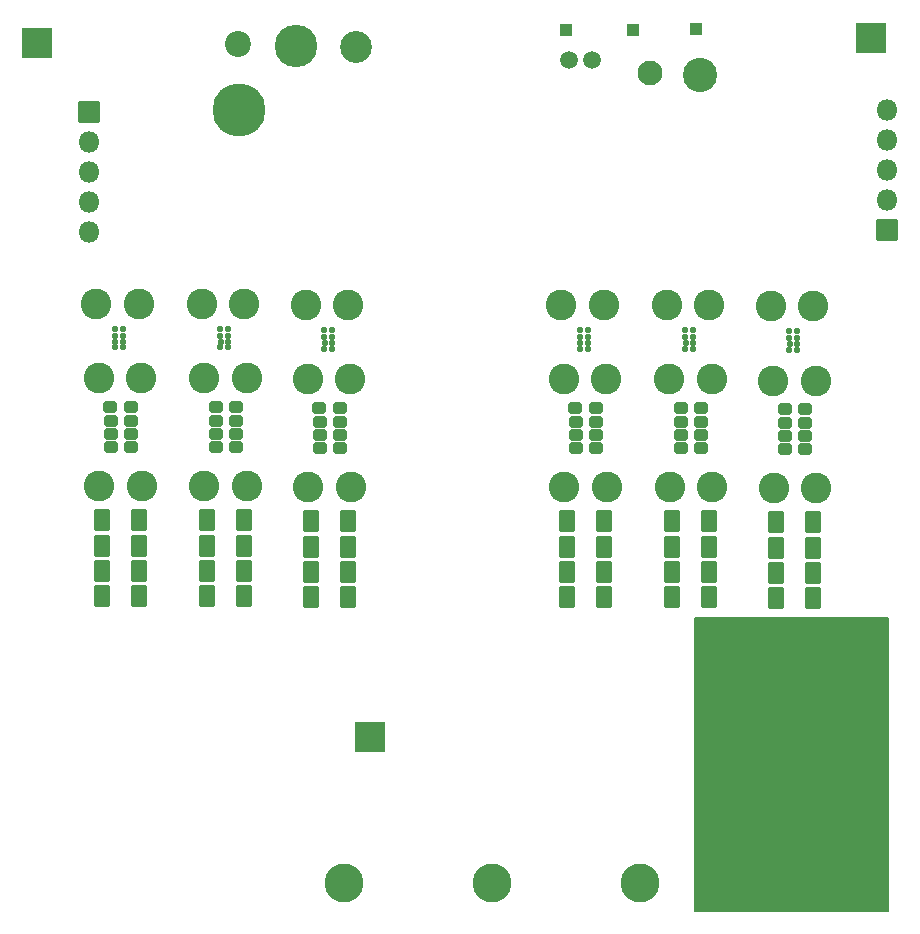
<source format=gbs>
G04 #@! TF.GenerationSoftware,KiCad,Pcbnew,(6.0.7)*
G04 #@! TF.CreationDate,2022-09-27T00:45:37+02:00*
G04 #@! TF.ProjectId,hamodule,68616d6f-6475-46c6-952e-6b696361645f,20220918.20*
G04 #@! TF.SameCoordinates,Original*
G04 #@! TF.FileFunction,Soldermask,Bot*
G04 #@! TF.FilePolarity,Negative*
%FSLAX46Y46*%
G04 Gerber Fmt 4.6, Leading zero omitted, Abs format (unit mm)*
G04 Created by KiCad (PCBNEW (6.0.7)) date 2022-09-27 00:45:37*
%MOMM*%
%LPD*%
G01*
G04 APERTURE LIST*
G04 Aperture macros list*
%AMRoundRect*
0 Rectangle with rounded corners*
0 $1 Rounding radius*
0 $2 $3 $4 $5 $6 $7 $8 $9 X,Y pos of 4 corners*
0 Add a 4 corners polygon primitive as box body*
4,1,4,$2,$3,$4,$5,$6,$7,$8,$9,$2,$3,0*
0 Add four circle primitives for the rounded corners*
1,1,$1+$1,$2,$3*
1,1,$1+$1,$4,$5*
1,1,$1+$1,$6,$7*
1,1,$1+$1,$8,$9*
0 Add four rect primitives between the rounded corners*
20,1,$1+$1,$2,$3,$4,$5,0*
20,1,$1+$1,$4,$5,$6,$7,0*
20,1,$1+$1,$6,$7,$8,$9,0*
20,1,$1+$1,$8,$9,$2,$3,0*%
G04 Aperture macros list end*
%ADD10C,0.150000*%
%ADD11RoundRect,0.050000X-1.250000X-1.250000X1.250000X-1.250000X1.250000X1.250000X-1.250000X1.250000X0*%
%ADD12RoundRect,0.050000X-0.500000X-0.500000X0.500000X-0.500000X0.500000X0.500000X-0.500000X0.500000X0*%
%ADD13C,3.600000*%
%ADD14C,2.700000*%
%ADD15RoundRect,0.050000X-0.850000X-0.850000X0.850000X-0.850000X0.850000X0.850000X-0.850000X0.850000X0*%
%ADD16O,1.800000X1.800000*%
%ADD17C,3.300000*%
%ADD18RoundRect,0.050000X0.850000X0.850000X-0.850000X0.850000X-0.850000X-0.850000X0.850000X-0.850000X0*%
%ADD19C,2.100000*%
%ADD20C,1.500000*%
%ADD21C,2.900000*%
%ADD22C,0.800000*%
%ADD23C,4.500000*%
%ADD24C,2.200000*%
%ADD25RoundRect,0.300000X0.412500X0.650000X-0.412500X0.650000X-0.412500X-0.650000X0.412500X-0.650000X0*%
%ADD26RoundRect,0.287500X0.300000X0.237500X-0.300000X0.237500X-0.300000X-0.237500X0.300000X-0.237500X0*%
%ADD27C,2.600000*%
%ADD28RoundRect,0.150000X0.130000X0.100000X-0.130000X0.100000X-0.130000X-0.100000X0.130000X-0.100000X0*%
G04 APERTURE END LIST*
D10*
X89400000Y-83000000D02*
X105700000Y-83000000D01*
X105700000Y-83000000D02*
X105700000Y-107800000D01*
X105700000Y-107800000D02*
X89400000Y-107800000D01*
X89400000Y-107800000D02*
X89400000Y-83000000D01*
G36*
X89400000Y-83000000D02*
G01*
X105700000Y-83000000D01*
X105700000Y-107800000D01*
X89400000Y-107800000D01*
X89400000Y-83000000D01*
G37*
D11*
X61900000Y-93100000D03*
X104300000Y-33900000D03*
X33700000Y-34300000D03*
D12*
X78500000Y-33200000D03*
D13*
X55600000Y-34600000D03*
D14*
X55600000Y-34600000D03*
D15*
X38076000Y-40175000D03*
D16*
X38076000Y-42715000D03*
X38076000Y-45255000D03*
X38076000Y-47795000D03*
X38076000Y-50335000D03*
D17*
X72200000Y-105400000D03*
X84700000Y-105400000D03*
X59700000Y-105400000D03*
D12*
X89500000Y-33100000D03*
D18*
X105664000Y-50146000D03*
D16*
X105664000Y-47606000D03*
X105664000Y-45066000D03*
X105664000Y-42526000D03*
X105664000Y-39986000D03*
D19*
X85600000Y-36900000D03*
D12*
X84100000Y-33200000D03*
D20*
X80700000Y-35800000D03*
X78700000Y-35800000D03*
D14*
X60700000Y-34700000D03*
D21*
X89800000Y-37000000D03*
D22*
X49633274Y-38833274D03*
X49633274Y-41166726D03*
X49150000Y-40000000D03*
D23*
X50800000Y-40000000D03*
D22*
X50800000Y-38350000D03*
X50800000Y-41650000D03*
X51966726Y-41166726D03*
X52450000Y-40000000D03*
X51966726Y-38833274D03*
D24*
X50700000Y-34400000D03*
D25*
X90600000Y-79100000D03*
X87475000Y-79100000D03*
D26*
X98737500Y-68700000D03*
X97012500Y-68700000D03*
D27*
X60220000Y-62800000D03*
D28*
X49860000Y-59600000D03*
X49220000Y-59600000D03*
D25*
X99400000Y-81300000D03*
X96275000Y-81300000D03*
D27*
X51220000Y-56400000D03*
D26*
X41637500Y-66300000D03*
X39912500Y-66300000D03*
X98737500Y-67600000D03*
X97012500Y-67600000D03*
D27*
X56657500Y-71900000D03*
D25*
X81680000Y-79100000D03*
X78555000Y-79100000D03*
D27*
X78080000Y-56500000D03*
D28*
X89240000Y-59700000D03*
X88600000Y-59700000D03*
D27*
X60020000Y-56500000D03*
D28*
X89220000Y-60200000D03*
X88580000Y-60200000D03*
X40920000Y-60100000D03*
X40280000Y-60100000D03*
D26*
X80980000Y-65200000D03*
X79255000Y-65200000D03*
D25*
X81680000Y-77000000D03*
X78555000Y-77000000D03*
D27*
X87200000Y-62800000D03*
D25*
X90600000Y-77000000D03*
X87475000Y-77000000D03*
X90600000Y-81200000D03*
X87475000Y-81200000D03*
D26*
X98737500Y-66500000D03*
X97012500Y-66500000D03*
X50520000Y-65100000D03*
X48795000Y-65100000D03*
D25*
X42300000Y-81100000D03*
X39175000Y-81100000D03*
D26*
X50557500Y-66300000D03*
X48832500Y-66300000D03*
D27*
X38900000Y-62700000D03*
D28*
X58660000Y-59700000D03*
X58020000Y-59700000D03*
D25*
X60020000Y-81200000D03*
X56895000Y-81200000D03*
X60020000Y-77000000D03*
X56895000Y-77000000D03*
D27*
X99400000Y-56600000D03*
D28*
X40920000Y-58500000D03*
X40280000Y-58500000D03*
D26*
X98700000Y-65300000D03*
X96975000Y-65300000D03*
D28*
X98020000Y-59300000D03*
X97380000Y-59300000D03*
D25*
X60020000Y-79100000D03*
X56895000Y-79100000D03*
D28*
X98020000Y-58700000D03*
X97380000Y-58700000D03*
X49840000Y-58500000D03*
X49200000Y-58500000D03*
D26*
X41637500Y-68500000D03*
X39912500Y-68500000D03*
D25*
X81680000Y-74800000D03*
X78555000Y-74800000D03*
D27*
X96037500Y-72000000D03*
D25*
X51220000Y-81100000D03*
X48095000Y-81100000D03*
D26*
X89937500Y-68600000D03*
X88212500Y-68600000D03*
D25*
X90600000Y-74800000D03*
X87475000Y-74800000D03*
X51220000Y-79000000D03*
X48095000Y-79000000D03*
D28*
X58640000Y-59200000D03*
X58000000Y-59200000D03*
X80300000Y-59200000D03*
X79660000Y-59200000D03*
D27*
X60257500Y-71900000D03*
X87000000Y-56500000D03*
D25*
X99400000Y-74900000D03*
X96275000Y-74900000D03*
D27*
X42500000Y-62700000D03*
D25*
X42300000Y-79000000D03*
X39175000Y-79000000D03*
D26*
X81017500Y-66400000D03*
X79292500Y-66400000D03*
D25*
X99400000Y-79200000D03*
X96275000Y-79200000D03*
X42300000Y-74700000D03*
X39175000Y-74700000D03*
D27*
X95800000Y-56600000D03*
X78280000Y-62800000D03*
X47857500Y-71800000D03*
X47820000Y-62700000D03*
D26*
X89900000Y-65200000D03*
X88175000Y-65200000D03*
D28*
X80300000Y-58600000D03*
X79660000Y-58600000D03*
X80320000Y-59700000D03*
X79680000Y-59700000D03*
D25*
X81680000Y-81200000D03*
X78555000Y-81200000D03*
D26*
X41637500Y-67400000D03*
X39912500Y-67400000D03*
D27*
X47620000Y-56400000D03*
D25*
X51220000Y-74700000D03*
X48095000Y-74700000D03*
X99400000Y-77100000D03*
X96275000Y-77100000D03*
D26*
X59357500Y-66400000D03*
X57632500Y-66400000D03*
D27*
X81880000Y-62800000D03*
D25*
X60020000Y-74800000D03*
X56895000Y-74800000D03*
D26*
X89937500Y-67500000D03*
X88212500Y-67500000D03*
D28*
X49840000Y-60100000D03*
X49200000Y-60100000D03*
D27*
X81917500Y-71900000D03*
X42300000Y-56400000D03*
X90600000Y-56500000D03*
D28*
X40940000Y-59600000D03*
X40300000Y-59600000D03*
D25*
X51220000Y-76900000D03*
X48095000Y-76900000D03*
D28*
X80300000Y-60200000D03*
X79660000Y-60200000D03*
D27*
X56420000Y-56500000D03*
D28*
X98040000Y-59800000D03*
X97400000Y-59800000D03*
X40920000Y-59100000D03*
X40280000Y-59100000D03*
X89220000Y-59200000D03*
X88580000Y-59200000D03*
D27*
X38937500Y-71800000D03*
D26*
X50557500Y-68500000D03*
X48832500Y-68500000D03*
X81017500Y-67500000D03*
X79292500Y-67500000D03*
D27*
X81680000Y-56500000D03*
X99600000Y-62900000D03*
D28*
X58640000Y-60200000D03*
X58000000Y-60200000D03*
D25*
X42300000Y-76900000D03*
X39175000Y-76900000D03*
D26*
X41600000Y-65100000D03*
X39875000Y-65100000D03*
D27*
X87237500Y-71900000D03*
D26*
X59320000Y-65200000D03*
X57595000Y-65200000D03*
D27*
X42537500Y-71800000D03*
X78317500Y-71900000D03*
D26*
X59357500Y-68600000D03*
X57632500Y-68600000D03*
X59357500Y-67500000D03*
X57632500Y-67500000D03*
X89937500Y-66400000D03*
X88212500Y-66400000D03*
D28*
X58640000Y-58600000D03*
X58000000Y-58600000D03*
D27*
X90837500Y-71900000D03*
X90800000Y-62800000D03*
X51457500Y-71800000D03*
D26*
X50557500Y-67400000D03*
X48832500Y-67400000D03*
D27*
X38700000Y-56400000D03*
X99637500Y-72000000D03*
X96000000Y-62900000D03*
D28*
X89220000Y-58600000D03*
X88580000Y-58600000D03*
X98020000Y-60300000D03*
X97380000Y-60300000D03*
D27*
X51420000Y-62700000D03*
X56620000Y-62800000D03*
D28*
X49840000Y-59100000D03*
X49200000Y-59100000D03*
D26*
X81017500Y-68600000D03*
X79292500Y-68600000D03*
M02*

</source>
